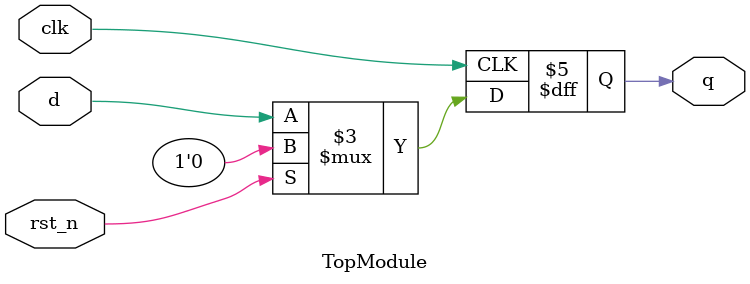
<source format=sv>
module TopModule (
    input logic clk,
    input logic d,
    input logic rst_n,
    output logic q
);
    always @(posedge clk) begin
        if (rst_n)
            q <= 1'b0;
        else
            q <= d;
    end
endmodule
</source>
